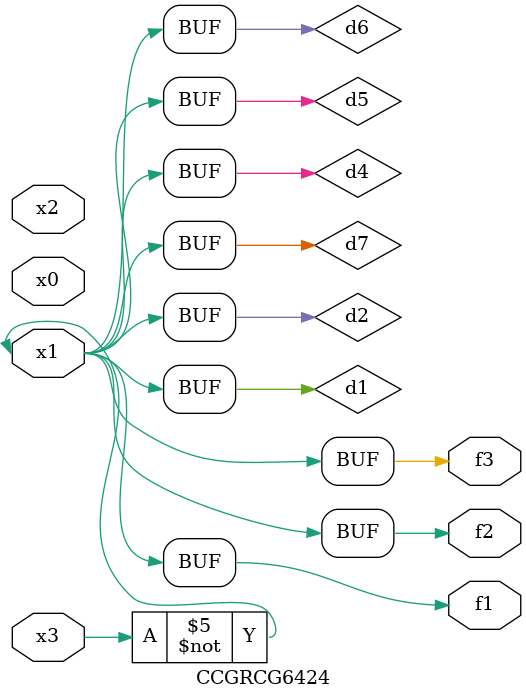
<source format=v>
module CCGRCG6424(
	input x0, x1, x2, x3,
	output f1, f2, f3
);

	wire d1, d2, d3, d4, d5, d6, d7;

	not (d1, x3);
	buf (d2, x1);
	xnor (d3, d1, d2);
	nor (d4, d1);
	buf (d5, d1, d2);
	buf (d6, d4, d5);
	nand (d7, d4);
	assign f1 = d6;
	assign f2 = d7;
	assign f3 = d6;
endmodule

</source>
